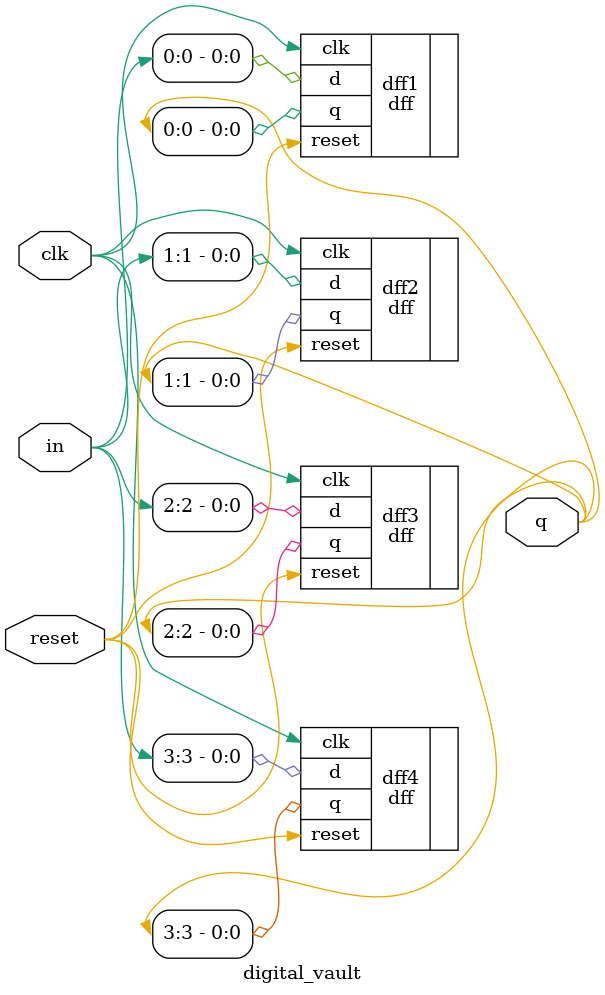
<source format=v>
`timescale 1ns / 1ps


module digital_vault(
        input [9:0] in,
        output [3:0] q,
        input reset,
        input clk
    );
    
    dff dff1 (.d(in[0]), .reset(reset), .clk(clk), .q(q[0]));
    dff dff2 (.d(in[1]), .reset(reset), .clk(clk), .q(q[1]));
    dff dff3 (.d(in[2]), .reset(reset), .clk(clk), .q(q[2]));
    dff dff4 (.d(in[3]), .reset(reset), .clk(clk), .q(q[3]));
endmodule

</source>
